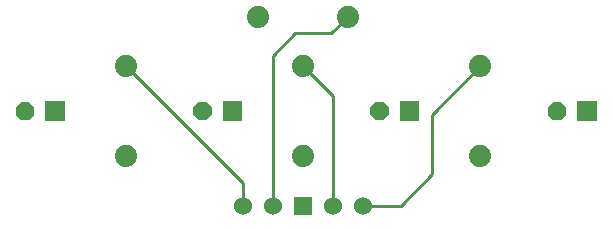
<source format=gtl>
G04 Layer: TopLayer*
G04 EasyEDA v6.4.25, 2022-01-16T12:25:19--5:00*
G04 Gerber Generator version 0.2*
G04 Scale: 100 percent, Rotated: No, Reflected: No *
G04 Dimensions in millimeters *
G04 leading zeros omitted , absolute positions ,4 integer and 5 decimal *
%FSLAX45Y45*%
%MOMM*%

%ADD10C,0.2540*%
%ADD12C,1.8796*%
%ADD13C,1.5240*%

%LPD*%
D10*
X3507999Y-1799998D02*
G01*
X3826101Y-1799998D01*
X4089400Y-1536700D01*
X4089400Y-1029601D01*
X4500001Y-619000D01*
X3253999Y-1799998D02*
G01*
X3253999Y-873000D01*
X2999999Y-619000D01*
X2745999Y-1799998D02*
G01*
X2745999Y-530600D01*
X2933700Y-342900D01*
X3238098Y-342900D01*
X3380999Y-199999D01*
X2491999Y-1799998D02*
G01*
X2491999Y-1611000D01*
X1499999Y-619000D01*
G36*
X816180Y-916180D02*
G01*
X983820Y-916180D01*
X983820Y-1083820D01*
X816180Y-1083820D01*
G37*
G36*
X723445Y-967920D02*
G01*
X678080Y-922555D01*
X613920Y-922555D01*
X568556Y-967920D01*
X568556Y-1032080D01*
X613920Y-1077445D01*
X678080Y-1077445D01*
X723445Y-1032080D01*
G37*
G36*
X2316180Y-916180D02*
G01*
X2483820Y-916180D01*
X2483820Y-1083820D01*
X2316180Y-1083820D01*
G37*
G36*
X2223444Y-967920D02*
G01*
X2178080Y-922555D01*
X2113920Y-922555D01*
X2068555Y-967920D01*
X2068555Y-1032080D01*
X2113920Y-1077445D01*
X2178080Y-1077445D01*
X2223444Y-1032080D01*
G37*
G36*
X3816179Y-916180D02*
G01*
X3983819Y-916180D01*
X3983819Y-1083820D01*
X3816179Y-1083820D01*
G37*
G36*
X3723444Y-967920D02*
G01*
X3678080Y-922555D01*
X3613919Y-922555D01*
X3568555Y-967920D01*
X3568555Y-1032080D01*
X3613919Y-1077445D01*
X3678080Y-1077445D01*
X3723444Y-1032080D01*
G37*
G36*
X5316179Y-916180D02*
G01*
X5483819Y-916180D01*
X5483819Y-1083820D01*
X5316179Y-1083820D01*
G37*
G36*
X5223443Y-967920D02*
G01*
X5178079Y-922555D01*
X5113919Y-922555D01*
X5068554Y-967920D01*
X5068554Y-1032080D01*
X5113919Y-1077445D01*
X5178079Y-1077445D01*
X5223443Y-1032080D01*
G37*
D12*
G01*
X1499999Y-1381000D03*
G01*
X1499999Y-619000D03*
G01*
X2618999Y-199999D03*
G01*
X3380999Y-199999D03*
G01*
X2999999Y-1381000D03*
G01*
X2999999Y-619000D03*
G01*
X4500001Y-1381000D03*
G01*
X4500001Y-619000D03*
D13*
G01*
X2745999Y-1799998D03*
G36*
X2923799Y-1723798D02*
G01*
X3076199Y-1723798D01*
X3076199Y-1876198D01*
X2923799Y-1876198D01*
G37*
G01*
X3253999Y-1799998D03*
G01*
X3507999Y-1799998D03*
G01*
X2491999Y-1799998D03*
M02*

</source>
